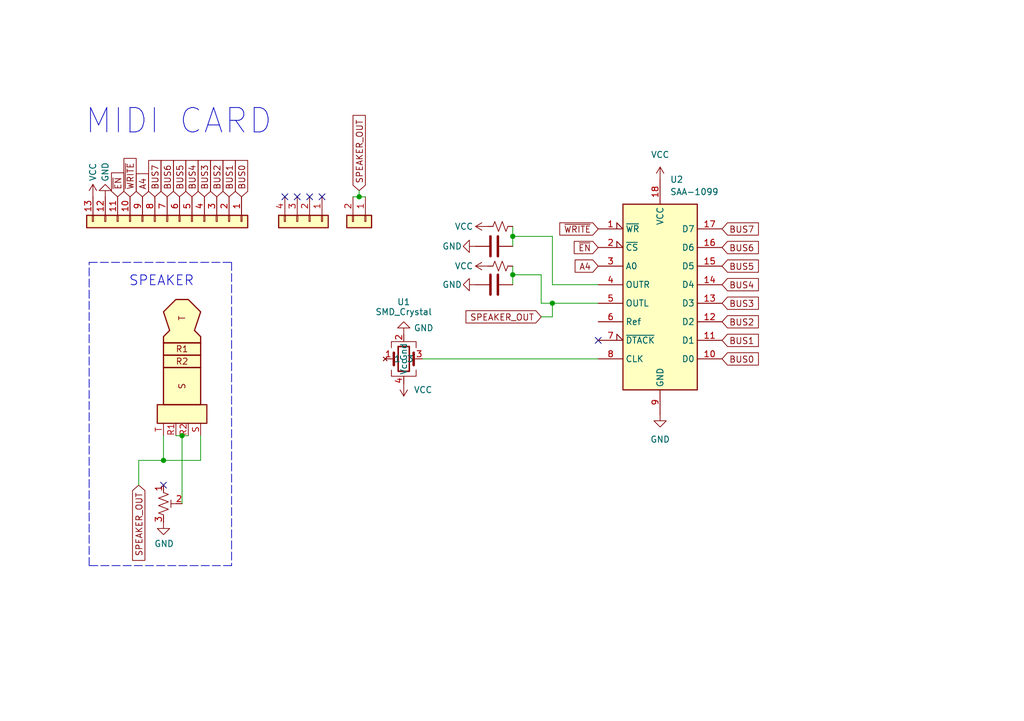
<source format=kicad_sch>
(kicad_sch (version 20211123) (generator eeschema)
  (paper "A5")
  (lib_symbols
    (symbol "Connector:AudioPlug4"
      (property "Reference" "J" (at 10.16 5.08 0))
      (property "Value" "AudioPlug4" (at 11.43 -7.62 0))
      (symbol "AudioPlug4_0_0"
        (text "R1" (at -2.54 -1.27 900) (effects (font (size 1.27 1.27))))
        (text "R2" (at 0 -1.27 900) (effects (font (size 1.27 1.27))))
        (text "S" (at 5.08 -1.27 0) (effects (font (size 1.27 1.27))))
        (text "T" (at -8.89 -1.27 0) (effects (font (size 1.27 1.27))))
      )
      (symbol "AudioPlug4_0_1"
        (rectangle (start -1.27 2.54) (end -3.81 -5.08) (stroke (width 0.254)) (fill (type background)))
        (polyline (pts (xy -3.81 2.54) (xy -5.08 2.54) (xy -6.35 1.27) (xy -10.16 2.54) (xy -12.7 0) (xy -12.7 -2.54) (xy -10.16 -5.08) (xy -6.35 -3.81) (xy -5.08 -5.08) (xy -3.81 -5.08) (xy -3.81 2.54)) (stroke (width 0.254)) (fill (type background)))
        (rectangle (start 1.27 2.54) (end -1.27 -5.08) (stroke (width 0.254)) (fill (type background)))
        (rectangle (start 1.27 2.54) (end 8.89 -5.08) (stroke (width 0.254)) (fill (type background)))
        (rectangle (start 12.7 3.81) (end 8.89 -6.35) (stroke (width 0.254)) (fill (type background)))
      )
      (symbol "AudioPlug4_1_1"
        (pin passive line (at 15.24 -2.54 180) (length 2.54) (name "~") (number "R1"))
        (pin passive line (at 15.24 0 180) (length 2.54) (name "~") (number "R2"))
        (pin passive line (at 15.24 2.54 180) (length 2.54) (name "~") (number "S"))
        (pin passive line (at 15.24 -5.08 180) (length 2.54) (name "~") (number "T"))
      )
    )
    (symbol "Connector_Generic:Conn_01x02" (pin_names (offset 1.016) hide)
      (property "Reference" "J" (at 0 2.54 0))
      (property "Value" "Conn_01x02" (at 0 -5.08 0))
      (symbol "Conn_01x02_1_1"
        (rectangle (start -1.27 -2.413) (end 0 -2.667) (stroke (width 0.1524)))
        (rectangle (start -1.27 0.127) (end 0 -0.127) (stroke (width 0.1524)))
        (rectangle (start -1.27 1.27) (end 1.27 -3.81) (stroke (width 0.254)) (fill (type background)))
        (pin passive line (at -5.08 0 0) (length 3.81) (name "Pin_1") (number "1"))
        (pin passive line (at -5.08 -2.54 0) (length 3.81) (name "Pin_2") (number "2"))
      )
    )
    (symbol "Connector_Generic:Conn_01x04" (pin_names (offset 1.016) hide)
      (property "Reference" "J" (at 0 5.08 0))
      (property "Value" "Conn_01x04" (at 0 -7.62 0))
      (symbol "Conn_01x04_1_1"
        (rectangle (start -1.27 -4.953) (end 0 -5.207) (stroke (width 0.1524)))
        (rectangle (start -1.27 -2.413) (end 0 -2.667) (stroke (width 0.1524)))
        (rectangle (start -1.27 0.127) (end 0 -0.127) (stroke (width 0.1524)))
        (rectangle (start -1.27 2.667) (end 0 2.413) (stroke (width 0.1524)))
        (rectangle (start -1.27 3.81) (end 1.27 -6.35) (stroke (width 0.254)) (fill (type background)))
        (pin passive line (at -5.08 2.54 0) (length 3.81) (name "Pin_1") (number "1"))
        (pin passive line (at -5.08 0 0) (length 3.81) (name "Pin_2") (number "2"))
        (pin passive line (at -5.08 -2.54 0) (length 3.81) (name "Pin_3") (number "3"))
        (pin passive line (at -5.08 -5.08 0) (length 3.81) (name "Pin_4") (number "4"))
      )
    )
    (symbol "Connector_Generic:Conn_01x13" (pin_names (offset 1.016) hide)
      (property "Reference" "J" (at 0 17.78 0))
      (property "Value" "Conn_01x13" (at 0 -17.78 0))
      (symbol "Conn_01x13_1_1"
        (rectangle (start -1.27 -15.113) (end 0 -15.367) (stroke (width 0.1524)))
        (rectangle (start -1.27 -12.573) (end 0 -12.827) (stroke (width 0.1524)))
        (rectangle (start -1.27 -10.033) (end 0 -10.287) (stroke (width 0.1524)))
        (rectangle (start -1.27 -7.493) (end 0 -7.747) (stroke (width 0.1524)))
        (rectangle (start -1.27 -4.953) (end 0 -5.207) (stroke (width 0.1524)))
        (rectangle (start -1.27 -2.413) (end 0 -2.667) (stroke (width 0.1524)))
        (rectangle (start -1.27 0.127) (end 0 -0.127) (stroke (width 0.1524)))
        (rectangle (start -1.27 2.667) (end 0 2.413) (stroke (width 0.1524)))
        (rectangle (start -1.27 5.207) (end 0 4.953) (stroke (width 0.1524)))
        (rectangle (start -1.27 7.747) (end 0 7.493) (stroke (width 0.1524)))
        (rectangle (start -1.27 10.287) (end 0 10.033) (stroke (width 0.1524)))
        (rectangle (start -1.27 12.827) (end 0 12.573) (stroke (width 0.1524)))
        (rectangle (start -1.27 15.367) (end 0 15.113) (stroke (width 0.1524)))
        (rectangle (start -1.27 16.51) (end 1.27 -16.51) (stroke (width 0.254)) (fill (type background)))
        (pin passive line (at -5.08 15.24 0) (length 3.81) (name "Pin_1") (number "1"))
        (pin passive line (at -5.08 -7.62 0) (length 3.81) (name "Pin_10") (number "10"))
        (pin passive line (at -5.08 -10.16 0) (length 3.81) (name "Pin_11") (number "11"))
        (pin passive line (at -5.08 -12.7 0) (length 3.81) (name "Pin_12") (number "12"))
        (pin passive line (at -5.08 -15.24 0) (length 3.81) (name "Pin_13") (number "13"))
        (pin passive line (at -5.08 12.7 0) (length 3.81) (name "Pin_2") (number "2"))
        (pin passive line (at -5.08 10.16 0) (length 3.81) (name "Pin_3") (number "3"))
        (pin passive line (at -5.08 7.62 0) (length 3.81) (name "Pin_4") (number "4"))
        (pin passive line (at -5.08 5.08 0) (length 3.81) (name "Pin_5") (number "5"))
        (pin passive line (at -5.08 2.54 0) (length 3.81) (name "Pin_6") (number "6"))
        (pin passive line (at -5.08 0 0) (length 3.81) (name "Pin_7") (number "7"))
        (pin passive line (at -5.08 -2.54 0) (length 3.81) (name "Pin_8") (number "8"))
        (pin passive line (at -5.08 -5.08 0) (length 3.81) (name "Pin_9") (number "9"))
      )
    )
    (symbol "Device:C" (pin_numbers hide) (pin_names (offset 0.254))
      (property "Reference" "C" (at 0.635 2.54 0))
      (property "Value" "C" (at 0.635 -2.54 0))
      (symbol "C_0_1"
        (polyline (pts (xy -2.032 -0.762) (xy 2.032 -0.762)) (stroke (width 0.508)))
        (polyline (pts (xy -2.032 0.762) (xy 2.032 0.762)) (stroke (width 0.508)))
      )
      (symbol "C_1_1"
        (pin passive line (at 0 3.81 270) (length 2.794) (name "~") (number "1"))
        (pin passive line (at 0 -3.81 90) (length 2.794) (name "~") (number "2"))
      )
    )
    (symbol "Device:R_POT_TRIM_US" (pin_names (offset 1.016) hide)
      (property "Reference" "RV" (at -4.445 0 90))
      (property "Value" "Device_R_POT_TRIM_US" (at -2.54 0 90))
      (symbol "R_POT_TRIM_US_0_1"
        (polyline (pts (xy 0 -2.286) (xy 0 -2.54)))
        (polyline (pts (xy 0 2.286) (xy 0 2.54)))
        (polyline (pts (xy 1.524 0.762) (xy 1.524 -0.762)))
        (polyline (pts (xy 2.54 0) (xy 1.524 0)))
        (polyline (pts (xy 0 -0.762) (xy 1.016 -1.143) (xy 0 -1.524) (xy -1.016 -1.905) (xy 0 -2.286)))
        (polyline (pts (xy 0 0.762) (xy 1.016 0.381) (xy 0 0) (xy -1.016 -0.381) (xy 0 -0.762)))
        (polyline (pts (xy 0 2.286) (xy 1.016 1.905) (xy 0 1.524) (xy -1.016 1.143) (xy 0 0.762)))
      )
      (symbol "R_POT_TRIM_US_1_1"
        (pin passive line (at 0 3.81 270) (length 1.27) (name "1") (number "1"))
        (pin passive line (at 3.81 0 180) (length 1.27) (name "2") (number "2"))
        (pin passive line (at 0 -3.81 90) (length 1.27) (name "3") (number "3"))
      )
    )
    (symbol "Device:R_Small_US" (pin_numbers hide) (pin_names (offset 0.254) hide)
      (property "Reference" "R" (at 0.762 0.508 0))
      (property "Value" "R_Small_US" (at 0.762 -1.016 0))
      (symbol "R_Small_US_1_1"
        (polyline (pts (xy 0 0) (xy 1.016 -0.381) (xy 0 -0.762) (xy -1.016 -1.143) (xy 0 -1.524)))
        (polyline (pts (xy 0 1.524) (xy 1.016 1.143) (xy 0 0.762) (xy -1.016 0.381) (xy 0 0)))
        (pin passive line (at 0 2.54 270) (length 1.016) (name "~") (number "1"))
        (pin passive line (at 0 -2.54 90) (length 1.016) (name "~") (number "2"))
      )
    )
    (symbol "Stephen:SAA-1099"
      (property "Reference" "U" (at 0 0 0))
      (property "Value" "SAA-1099" (at 0 0 0))
      (symbol "SAA-1099_1_0"
        (pin input input_low (at -12.7 -21.59 0) (length 5.08) (name "~{WR}") (number "1"))
        (pin input line (at 12.7 -48.26 180) (length 5.08) (name "D0") (number "10"))
        (pin input line (at 12.7 -44.45 180) (length 5.08) (name "D1") (number "11"))
        (pin input line (at 12.7 -40.64 180) (length 5.08) (name "D2") (number "12"))
        (pin input line (at 12.7 -36.83 180) (length 5.08) (name "D3") (number "13"))
        (pin input line (at 12.7 -33.02 180) (length 5.08) (name "D4") (number "14"))
        (pin input line (at 12.7 -29.21 180) (length 5.08) (name "D5") (number "15"))
        (pin input line (at 12.7 -25.4 180) (length 5.08) (name "D6") (number "16"))
        (pin input line (at 12.7 -21.59 180) (length 5.08) (name "D7") (number "17"))
        (pin power_in line (at 0 -11.43 270) (length 5.08) (name "VCC") (number "18"))
        (pin input input_low (at -12.7 -25.4 0) (length 5.08) (name "~{CS}") (number "2"))
        (pin input line (at -12.7 -29.21 0) (length 5.08) (name "A0") (number "3"))
        (pin output line (at -12.7 -33.02 0) (length 5.08) (name "OUTR") (number "4"))
        (pin output line (at -12.7 -36.83 0) (length 5.08) (name "OUTL") (number "5"))
        (pin input line (at -12.7 -40.64 0) (length 5.08) (name "Ref") (number "6"))
        (pin input input_low (at -12.7 -44.45 0) (length 5.08) (name "~{DTACK}") (number "7"))
        (pin input line (at -12.7 -48.26 0) (length 5.08) (name "CLK") (number "8"))
        (pin power_in line (at 0 -59.69 90) (length 5.08) (name "GND") (number "9"))
      )
      (symbol "SAA-1099_1_1"
        (rectangle (start -7.62 -16.51) (end 7.62 -54.61) (stroke (width 0.254)) (fill (type background)))
      )
    )
    (symbol "Stephen:SMD_Crystal"
      (property "Reference" "U" (at 0 7.62 0))
      (property "Value" "SMD_Crystal" (at 0 5.08 0))
      (symbol "SMD_Crystal_0_1"
        (rectangle (start -1.143 -5.08) (end 1.143 -10.16) (stroke (width 0.3048)))
        (polyline (pts (xy -2.54 -7.62) (xy -2.032 -7.62)))
        (polyline (pts (xy -2.032 -8.89) (xy -2.032 -6.35)) (stroke (width 0.508)))
        (polyline (pts (xy 0 -11.43) (xy 0 -11.176)))
        (polyline (pts (xy 0 -4.064) (xy 0 -3.81)))
        (polyline (pts (xy 2.032 -8.89) (xy 2.032 -6.35)) (stroke (width 0.508)))
        (polyline (pts (xy 2.032 -7.62) (xy 2.54 -7.62)))
        (polyline (pts (xy -2.54 -9.906) (xy -2.54 -11.176) (xy 2.54 -11.176) (xy 2.54 -9.906)))
        (polyline (pts (xy -2.54 -5.334) (xy -2.54 -4.064) (xy 2.54 -4.064) (xy 2.54 -5.334)))
      )
      (symbol "SMD_Crystal_1_1"
        (pin no_connect line (at -3.81 -7.62 0) (length 1.27) (name "1") (number "1"))
        (pin power_in line (at 0 -2.54 270) (length 1.27) (name "Gnd") (number "2"))
        (pin passive line (at 3.81 -7.62 180) (length 1.27) (name "3") (number "3"))
        (pin power_in line (at 0 -12.7 90) (length 1.27) (name "Vcc") (number "4"))
      )
    )
    (symbol "power:GND" (power) (pin_names (offset 0))
      (property "Value" "GND" (at 0 -3.81 0))
      (symbol "GND_0_1"
        (polyline (pts (xy 0 0) (xy 0 -1.27) (xy 1.27 -1.27) (xy 0 -2.54) (xy -1.27 -1.27) (xy 0 -1.27)))
      )
      (symbol "GND_1_1"
        (pin power_in line (at 0 0 270) (length 0) hide (name "GND") (number "1"))
      )
    )
    (symbol "power:VCC" (power) (pin_names (offset 0))
      (property "Value" "VCC" (at 0 3.81 0))
      (symbol "VCC_0_1"
        (polyline (pts (xy -0.762 1.27) (xy 0 2.54)))
        (polyline (pts (xy 0 0) (xy 0 2.54)))
        (polyline (pts (xy 0 2.54) (xy 0.762 1.27)))
      )
      (symbol "VCC_1_1"
        (pin power_in line (at 0 0 90) (length 0) hide (name "VCC") (number "1"))
      )
    )
  )
  (junction (at 113.284 62.23))
  (junction (at 73.66 40.386))
  (junction (at 37.338 89.408))
  (junction (at 105.156 48.514))
  (junction (at 33.528 94.488))
  (junction (at 105.156 56.388))
  (no_connect (at 60.96 40.386))
  (no_connect (at 33.528 99.568))
  (no_connect (at 122.682 69.85))
  (no_connect (at 66.04 40.386))
  (no_connect (at 63.5 40.386))
  (no_connect (at 58.42 40.386))
  (wire (pts (xy 113.284 62.23) (xy 122.682 62.23)))
  (polyline (pts (xy 47.498 53.848) (xy 47.498 116.078)))
  (wire (pts (xy 28.448 94.488) (xy 33.528 94.488)))
  (polyline (pts (xy 18.288 53.848) (xy 47.498 53.848)))
  (wire (pts (xy 113.284 58.42) (xy 122.682 58.42)))
  (wire (pts (xy 28.448 99.568) (xy 28.448 94.488)))
  (polyline (pts (xy 47.498 116.078) (xy 18.288 116.078)))
  (wire (pts (xy 113.284 48.514) (xy 105.156 48.514)))
  (wire (pts (xy 105.156 48.514) (xy 105.156 50.546)))
  (wire (pts (xy 113.284 58.42) (xy 113.284 48.514)))
  (wire (pts (xy 105.156 46.482) (xy 105.156 48.514)))
  (wire (pts (xy 73.66 40.386) (xy 74.93 40.386)))
  (wire (pts (xy 86.614 73.66) (xy 122.682 73.66)))
  (wire (pts (xy 110.998 65.024) (xy 113.284 65.024)))
  (wire (pts (xy 41.148 94.488) (xy 41.148 89.408)))
  (wire (pts (xy 36.068 89.408) (xy 37.338 89.408)))
  (wire (pts (xy 105.156 56.388) (xy 110.998 56.388)))
  (polyline (pts (xy 18.288 116.078) (xy 18.288 53.848)))
  (wire (pts (xy 37.338 89.408) (xy 38.608 89.408)))
  (wire (pts (xy 73.66 39.116) (xy 73.66 40.386)))
  (wire (pts (xy 113.284 62.23) (xy 113.284 65.024)))
  (wire (pts (xy 72.39 40.386) (xy 73.66 40.386)))
  (wire (pts (xy 110.998 56.388) (xy 110.998 62.23)))
  (wire (pts (xy 33.528 94.488) (xy 41.148 94.488)))
  (wire (pts (xy 37.338 103.378) (xy 37.338 89.408)))
  (wire (pts (xy 110.998 62.23) (xy 113.284 62.23)))
  (wire (pts (xy 105.156 54.61) (xy 105.156 56.388)))
  (wire (pts (xy 105.156 56.388) (xy 105.156 58.42)))
  (wire (pts (xy 33.528 94.488) (xy 33.528 89.408)))
  (text "MIDI CARD" (at 17.272 27.94 0) (effects (font (size 5 5)) (justify left bottom)))
  (text "SPEAKER" (at 39.878 58.928 180) (effects (font (size 2.0066 2.0066)) (justify right bottom)))
  (global_label "~{EN}" (shape input) (at 122.682 50.8 180) (property "Intersheet References" "${INTERSHEET_REFS}" (effects hide)))
  (global_label "BUS4" (shape input) (at 39.37 40.386 90) (property "Intersheet References" "${INTERSHEET_REFS}" (effects hide)))
  (global_label "BUS5" (shape input) (at 36.83 40.386 90) (property "Intersheet References" "${INTERSHEET_REFS}" (effects hide)))
  (global_label "BUS0" (shape input) (at 49.53 40.386 90) (property "Intersheet References" "${INTERSHEET_REFS}" (effects hide)))
  (global_label "BUS3" (shape input) (at 41.91 40.386 90) (property "Intersheet References" "${INTERSHEET_REFS}" (effects hide)))
  (global_label "BUS6" (shape input) (at 34.29 40.386 90) (property "Intersheet References" "${INTERSHEET_REFS}" (effects hide)))
  (global_label "SPEAKER_OUT" (shape input) (at 73.66 39.116 90) (property "Intersheet References" "${INTERSHEET_REFS}" (effects hide)))
  (global_label "BUS7" (shape input) (at 31.75 40.386 90) (property "Intersheet References" "${INTERSHEET_REFS}" (effects hide)))
  (global_label "BUS1" (shape input) (at 46.99 40.386 90) (property "Intersheet References" "${INTERSHEET_REFS}" (effects hide)))
  (global_label "A4" (shape input) (at 122.682 54.61 180) (property "Intersheet References" "${INTERSHEET_REFS}" (effects hide)))
  (global_label "BUS7" (shape input) (at 148.082 46.99 0) (property "Intersheet References" "${INTERSHEET_REFS}" (effects hide)))
  (global_label "~{WRITE}" (shape input) (at 26.67 40.386 90) (property "Intersheet References" "${INTERSHEET_REFS}" (effects hide)))
  (global_label "BUS5" (shape input) (at 148.082 54.61 0) (property "Intersheet References" "${INTERSHEET_REFS}" (effects hide)))
  (global_label "SPEAKER_OUT" (shape input) (at 28.448 99.568 270) (property "Intersheet References" "${INTERSHEET_REFS}" (effects hide)))
  (global_label "BUS2" (shape input) (at 148.082 66.04 0) (property "Intersheet References" "${INTERSHEET_REFS}" (effects hide)))
  (global_label "BUS1" (shape input) (at 148.082 69.85 0) (property "Intersheet References" "${INTERSHEET_REFS}" (effects hide)))
  (global_label "BUS6" (shape input) (at 148.082 50.8 0) (property "Intersheet References" "${INTERSHEET_REFS}" (effects hide)))
  (global_label "~{EN}" (shape input) (at 24.13 40.386 90) (property "Intersheet References" "${INTERSHEET_REFS}" (effects hide)))
  (global_label "BUS3" (shape input) (at 148.082 62.23 0) (property "Intersheet References" "${INTERSHEET_REFS}" (effects hide)))
  (global_label "A4" (shape input) (at 29.21 40.386 90) (property "Intersheet References" "${INTERSHEET_REFS}" (effects hide)))
  (global_label "~{WRITE}" (shape input) (at 122.682 46.99 180) (property "Intersheet References" "${INTERSHEET_REFS}" (effects hide)))
  (global_label "BUS2" (shape input) (at 44.45 40.386 90) (property "Intersheet References" "${INTERSHEET_REFS}" (effects hide)))
  (global_label "SPEAKER_OUT" (shape input) (at 110.998 65.024 180) (property "Intersheet References" "${INTERSHEET_REFS}" (effects hide)))
  (global_label "BUS0" (shape input) (at 148.082 73.66 0) (property "Intersheet References" "${INTERSHEET_REFS}" (effects hide)))
  (global_label "BUS4" (shape input) (at 148.082 58.42 0) (property "Intersheet References" "${INTERSHEET_REFS}" (effects hide)))
  (symbol (lib_id "Connector:AudioPlug4") (at 38.608 74.168 270) (unit 1)
    (property "Reference" "LS1" (effects hide))
    (property "Value" "Speaker" (effects hide))
    (property "Footprint" "Stephenv6:speaker-jack" (effects hide))
  )
  (symbol (lib_id "power:GND") (at 33.528 107.188 0) (unit 1)
    (property "Reference" "#PWR03" (effects hide))
    (property "Value" "GND" (at 33.655 111.5822 0))
  )
  (symbol (lib_id "Device:R_POT_TRIM_US") (at 33.528 103.378 0) (unit 1)
    (property "Reference" "RV1" (effects hide))
    (property "Value" "R_POT_TRIM_US" (effects hide))
    (property "Footprint" "Potentiometer_THT:Potentiometer_Bourns_3386F_Vertical" (effects hide))
  )
  (symbol (lib_id "power:VCC") (at 100.076 46.482 90) (unit 1)
    (property "Reference" "#PWR08" (effects hide))
    (property "Value" "VCC" (at 93.218 46.482 90) (effects (justify right)))
  )
  (symbol (lib_id "Connector_Generic:Conn_01x04") (at 63.5 45.466 270) (unit 1)
    (property "Reference" "J2" (effects hide))
    (property "Value" "Conn_01x04" (effects hide))
    (property "Footprint" "Connector_PinHeader_2.54mm:PinHeader_1x04_P2.54mm_Vertical" (effects hide))
  )
  (symbol (lib_id "power:GND") (at 135.382 85.09 0) (unit 1)
    (property "Reference" "#PWR011" (effects hide))
    (property "Value" "GND" (at 135.382 90.17 0))
  )
  (symbol (lib_id "power:GND") (at 97.536 50.546 270) (unit 1)
    (property "Reference" "#PWR06" (effects hide))
    (property "Value" "GND" (at 90.678 50.546 90) (effects (justify left)))
  )
  (symbol (lib_id "Device:C") (at 101.346 50.546 90) (unit 1)
    (property "Reference" "C1" (effects hide))
    (property "Value" "C" (effects hide))
    (property "Footprint" "Capacitor_SMD:C_0805_2012Metric" (effects hide))
  )
  (symbol (lib_id "Device:R_Small_US") (at 102.616 46.482 90) (unit 1)
    (property "Reference" "R1" (effects hide))
    (property "Value" "R_Small_US" (effects hide))
    (property "Footprint" "Resistor_SMD:R_0805_2012Metric" (effects hide))
  )
  (symbol (lib_id "power:VCC") (at 100.076 54.61 90) (unit 1)
    (property "Reference" "#PWR09" (effects hide))
    (property "Value" "VCC" (at 93.218 54.61 90) (effects (justify right)))
  )
  (symbol (lib_id "Device:R_Small_US") (at 102.616 54.61 90) (unit 1)
    (property "Reference" "R2" (effects hide))
    (property "Value" "R_Small_US" (effects hide))
    (property "Footprint" "Resistor_SMD:R_0805_2012Metric" (effects hide))
  )
  (symbol (lib_id "Stephen:SAA-1099") (at 135.382 25.4 0) (unit 1)
    (property "Reference" "U2" (at 137.4014 36.83 0) (effects (justify left)))
    (property "Value" "SAA-1099" (at 137.4014 39.37 0) (effects (justify left)))
    (property "Footprint" "Package_DIP:DIP-18_W7.62mm" (effects hide))
  )
  (symbol (lib_id "Connector_Generic:Conn_01x02") (at 74.93 45.466 270) (unit 1)
    (property "Reference" "J3" (effects hide))
    (property "Value" "Conn_01x02" (effects hide))
    (property "Footprint" "Connector_PinHeader_2.54mm:PinHeader_1x02_P2.54mm_Horizontal" (effects hide))
  )
  (symbol (lib_id "Connector_Generic:Conn_01x13") (at 34.29 45.466 270) (unit 1)
    (property "Reference" "J1" (effects hide))
    (property "Value" "Conn_01x13" (effects hide))
    (property "Footprint" "Connector_PinHeader_2.54mm:PinHeader_1x13_P2.54mm_Vertical" (effects hide))
  )
  (symbol (lib_id "power:VCC") (at 82.804 78.74 180) (unit 1)
    (property "Reference" "#PWR05" (effects hide))
    (property "Value" "VCC" (at 84.836 80.0099 0) (effects (justify right)))
  )
  (symbol (lib_id "power:GND") (at 97.536 58.42 270) (unit 1)
    (property "Reference" "#PWR07" (effects hide))
    (property "Value" "GND" (at 90.678 58.42 90) (effects (justify left)))
  )
  (symbol (lib_id "Stephen:SMD_Crystal") (at 82.804 66.04 0) (unit 1)
    (property "Reference" "U1" (at 82.804 61.976 0))
    (property "Value" "SMD_Crystal" (at 82.804 64.008 0))
    (property "Footprint" "Stephenv6:CFPS-72 SMD Clock" (effects hide))
  )
  (symbol (lib_id "power:VCC") (at 135.382 36.83 0) (unit 1)
    (property "Reference" "#PWR010" (effects hide))
    (property "Value" "VCC" (at 135.382 31.75 0))
  )
  (symbol (lib_id "Device:C") (at 101.346 58.42 90) (unit 1)
    (property "Reference" "C2" (effects hide))
    (property "Value" "C" (effects hide))
    (property "Footprint" "Capacitor_SMD:C_0805_2012Metric" (effects hide))
  )
  (symbol (lib_id "power:GND") (at 82.804 68.58 180) (unit 1)
    (property "Reference" "#PWR04" (effects hide))
    (property "Value" "GND" (at 84.836 67.3099 0) (effects (justify right)))
  )
  (symbol (lib_id "power:GND") (at 21.59 40.386 180) (unit 1)
    (property "Reference" "#PWR02" (effects hide))
    (property "Value" "GND" (at 21.59 37.338 90) (effects (justify right)))
  )
  (symbol (lib_id "power:VCC") (at 19.05 40.386 0) (unit 1)
    (property "Reference" "#PWR01" (effects hide))
    (property "Value" "VCC" (at 19.05 35.306 90))
  )
)
</source>
